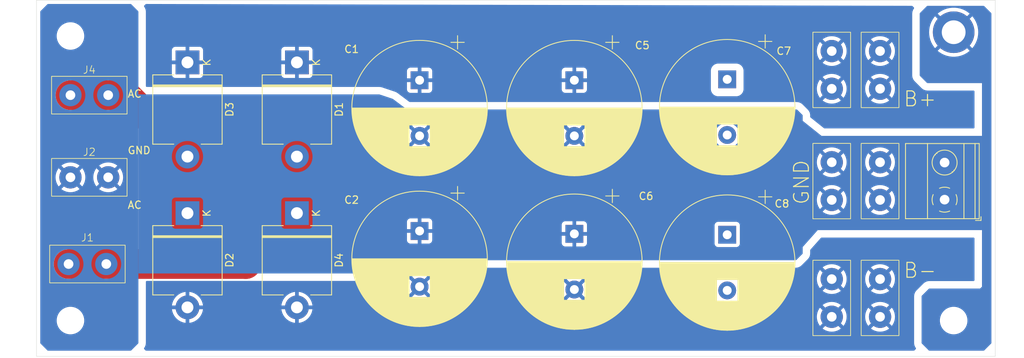
<source format=kicad_pcb>
(kicad_pcb (version 20240108) (generator "pcbnew") (generator_version "8.0")
  (layers (0 "F.Cu" signal) (31 "B.Cu" signal) (34 "B.Paste" user) (35 "F.Paste" user) (36 "B.SilkS" user "B.Silkscreen") (37 "F.SilkS" user "F.Silkscreen") (38 "B.Mask" user) (39 "F.Mask" user) (44 "Edge.Cuts" user))
  (net 0 "")
  (net 1 "GND")
  (net 2 "/V+")
  (net 3 "/V-")
  (net 4 "/AC1")
  (net 5 "/AC2")
  (footprint "Custom:Spade Connector" (layer "F.Cu") (at 164.692 101.6 90)
    (property "Reference" "J5" (hide yes))
    (property "Value" "V-")
    (pad "1" thru_hole circle (at -2.54 5.08 90) (size 3 3) (drill 1.3) (layers "*.Cu" "*.Mask") (net 3 "/V-"))
    (pad "2" thru_hole circle (at 2.54 5.08 90) (size 3 3) (drill 1.3) (layers "*.Cu" "*.Mask") (net 3 "/V-"))
  )
  (footprint "Capacitor_THT:CP_Radial_D18.0mm_P7.50mm" (layer "F.Cu") (at 114.3 92.576 -90)
    (property "Reference" "C2" (at -4.184 9.144 0) (layer "F.SilkS"))
    (property "Value" "4700u")
    (pad "1" thru_hole rect (at 0 0 270) (size 2.4 2.4) (drill 1.2) (layers "*.Cu" "*.Mask") (net 1 "GND"))
    (pad "2" thru_hole circle (at 7.5 0 270) (size 2.4 2.4) (drill 1.2) (layers "*.Cu" "*.Mask") (net 3 "/V-"))
  )
  (footprint "Diode_THT:D_P600_R-6_P12.70mm_Horizontal" (layer "F.Cu") (at 97.79 90.17 -90)
    (property "Reference" "D4" (at 6.35 -5.67 90) (layer "F.SilkS"))
    (property "Value" "GI754")
    (fp_text user "K" (at 0 -2.6 90) (layer "F.SilkS"))
    (pad "1" thru_hole rect (at 0 0 270) (size 3.2 3.2) (drill 1.6) (layers "*.Cu" "*.Mask") (net 4 "/AC1"))
    (pad "2" thru_hole oval (at 12.7 0 270) (size 3.2 3.2) (drill 1.6) (layers "*.Cu" "*.Mask") (net 3 "/V-"))
  )
  (footprint "Capacitor_THT:CP_Radial_D18.0mm_P7.50mm" (layer "F.Cu") (at 135.128 72.256 -90)
    (property "Reference" "C5" (at -4.692 -9.144 180) (layer "F.SilkS"))
    (property "Value" "4700u")
    (pad "1" thru_hole rect (at 0 0 270) (size 2.4 2.4) (drill 1.2) (layers "*.Cu" "*.Mask") (net 2 "/V+"))
    (pad "2" thru_hole circle (at 7.5 0 270) (size 2.4 2.4) (drill 1.2) (layers "*.Cu" "*.Mask") (net 1 "GND"))
  )
  (footprint "MountingHole:MountingHole_3.2mm_M3" (layer "F.Cu") (at 186.182 104.648)
    (property "Reference" "REF**" (hide yes))
    (property "Value" "MountingHole_3.2mm_M3")
    (pad "" np_thru_hole circle (at 0 0) (size 3.2 3.2) (drill 3.2) (layers "*.Cu" "*.Mask"))
  )
  (footprint "Custom:Spade Connector" (layer "F.Cu") (at 171.196 85.852 90)
    (property "Reference" "J3" (hide yes))
    (property "Value" "CT")
    (pad "1" thru_hole circle (at -2.54 5.08 90) (size 3 3) (drill 1.3) (layers "*.Cu" "*.Mask") (net 1 "GND"))
    (pad "2" thru_hole circle (at 2.54 5.08 90) (size 3 3) (drill 1.3) (layers "*.Cu" "*.Mask") (net 1 "GND"))
  )
  (footprint "Diode_THT:D_P600_R-6_P12.70mm_Horizontal" (layer "F.Cu") (at 83.058 69.85 -90)
    (property "Reference" "D3" (at 6.35 -5.67 90) (layer "F.SilkS"))
    (property "Value" "GI754")
    (fp_text user "K" (at 0 -2.6 90) (layer "F.SilkS"))
    (pad "1" thru_hole rect (at 0 0 270) (size 3.2 3.2) (drill 1.6) (layers "*.Cu" "*.Mask") (net 2 "/V+"))
    (pad "2" thru_hole oval (at 12.7 0 270) (size 3.2 3.2) (drill 1.6) (layers "*.Cu" "*.Mask") (net 5 "/AC2"))
  )
  (footprint "Custom:Spade Connector" (layer "F.Cu") (at 69.596 91.948)
    (property "Reference" "J1" (at 0 1.524 0) (layer "F.SilkS") (effects (font (thickness 0.1))))
    (property "Value" "AC1")
    (pad "1" thru_hole circle (at -2.54 5.08) (size 3 3) (drill 1.3) (layers "*.Cu" "*.Mask") (net 4 "/AC1"))
    (pad "2" thru_hole circle (at 2.54 5.08) (size 3 3) (drill 1.3) (layers "*.Cu" "*.Mask") (net 4 "/AC1"))
  )
  (footprint "Capacitor_THT:CP_Radial_D18.0mm_P7.50mm" (layer "F.Cu") (at 155.702 93.084 -90)
    (property "Reference" "C8" (at -4.184 -7.366 180) (layer "F.SilkS"))
    (property "Value" "4700u")
    (pad "1" thru_hole rect (at 0 0 270) (size 2.4 2.4) (drill 1.2) (layers "*.Cu" "*.Mask") (net 1 "GND"))
    (pad "2" thru_hole circle (at 7.5 0 270) (size 2.4 2.4) (drill 1.2) (layers "*.Cu" "*.Mask") (net 3 "/V-"))
  )
  (footprint "Capacitor_THT:CP_Radial_D18.0mm_P7.50mm" (layer "F.Cu") (at 155.702 72.136 -90)
    (property "Reference" "C7" (at -3.81 -7.62 180) (layer "F.SilkS"))
    (property "Value" "4700u")
    (pad "1" thru_hole rect (at 0 0 270) (size 2.4 2.4) (drill 1.2) (layers "*.Cu" "*.Mask") (net 2 "/V+"))
    (pad "2" thru_hole circle (at 7.5 0 270) (size 2.4 2.4) (drill 1.2) (layers "*.Cu" "*.Mask") (net 1 "GND"))
  )
  (footprint "Capacitor_THT:CP_Radial_D18.0mm_P7.50mm" (layer "F.Cu") (at 114.3 72.256 -90)
    (property "Reference" "C1" (at -4.184 9.144 0) (layer "F.SilkS"))
    (property "Value" "4700u")
    (pad "1" thru_hole rect (at 0 0 270) (size 2.4 2.4) (drill 1.2) (layers "*.Cu" "*.Mask") (net 2 "/V+"))
    (pad "2" thru_hole circle (at 7.5 0 270) (size 2.4 2.4) (drill 1.2) (layers "*.Cu" "*.Mask") (net 1 "GND"))
  )
  (footprint "TerminalBlock_Phoenix:TerminalBlock_Phoenix_MKDS-1,5-2_1x02_P5.00mm_Horizontal" (layer "F.Cu") (at 184.963 88.352 90)
    (property "Reference" "J7" (hide yes))
    (property "Value" "GND")
    (pad "1" thru_hole rect (at 0 0 90) (size 2.6 2.6) (drill 1.3) (layers "*.Cu" "*.Mask") (net 1 "GND"))
    (pad "2" thru_hole circle (at 5 0 90) (size 2.6 2.6) (drill 1.3) (layers "*.Cu" "*.Mask") (net 1 "GND"))
  )
  (footprint "MountingHole:MountingHole_3.2mm_M3_DIN965_Pad" (layer "F.Cu") (at 186.182 65.786)
    (property "Reference" "REF**" (hide yes))
    (property "Value" "MountingHole_3.2mm_M3_DIN965_Pad" (hide yes))
    (pad "1" thru_hole circle (at 0 0) (size 5.6 5.6) (drill 3.2) (layers "*.Cu" "*.Mask") (net 1 "GND"))
  )
  (footprint "Custom:Spade Connector" (layer "F.Cu") (at 164.692 70.866 90)
    (property "Reference" "J6" (hide yes))
    (property "Value" "V+")
    (pad "1" thru_hole circle (at -2.54 5.08 90) (size 3 3) (drill 1.3) (layers "*.Cu" "*.Mask") (net 2 "/V+"))
    (pad "2" thru_hole circle (at 2.54 5.08 90) (size 3 3) (drill 1.3) (layers "*.Cu" "*.Mask") (net 2 "/V+"))
  )
  (footprint "Custom:Spade Connector" (layer "F.Cu") (at 69.85 69.188)
    (property "Reference" "J4" (at 0 1.678 0) (layer "F.SilkS") (effects (font (thickness 0.1))))
    (property "Value" "AC2")
    (pad "1" thru_hole circle (at -2.54 5.08) (size 3 3) (drill 1.3) (layers "*.Cu" "*.Mask") (net 5 "/AC2"))
    (pad "2" thru_hole circle (at 2.54 5.08) (size 3 3) (drill 1.3) (layers "*.Cu" "*.Mask") (net 5 "/AC2"))
  )
  (footprint "Capacitor_THT:CP_Radial_D18.0mm_P7.50mm" (layer "F.Cu") (at 135.128 92.964 -90)
    (property "Reference" "C6" (at -5.08 -9.652 180) (layer "F.SilkS"))
    (property "Value" "4700u")
    (pad "1" thru_hole rect (at 0 0 270) (size 2.4 2.4) (drill 1.2) (layers "*.Cu" "*.Mask") (net 1 "GND"))
    (pad "2" thru_hole circle (at 7.5 0 270) (size 2.4 2.4) (drill 1.2) (layers "*.Cu" "*.Mask") (net 3 "/V-"))
  )
  (footprint "Custom:Spade Connector" (layer "F.Cu") (at 171.196 70.866 90)
    (property "Reference" "J6" (hide yes))
    (property "Value" "V+")
    (pad "1" thru_hole circle (at -2.54 5.08 90) (size 3 3) (drill 1.3) (layers "*.Cu" "*.Mask") (net 2 "/V+"))
    (pad "2" thru_hole circle (at 2.54 5.08 90) (size 3 3) (drill 1.3) (layers "*.Cu" "*.Mask") (net 2 "/V+"))
  )
  (footprint "Diode_THT:D_P600_R-6_P12.70mm_Horizontal" (layer "F.Cu") (at 97.79 69.85 -90)
    (property "Reference" "D1" (at 6.35 -5.67 90) (layer "F.SilkS"))
    (property "Value" "GI754")
    (fp_text user "K" (at 0 -2.6 90) (layer "F.SilkS"))
    (pad "1" thru_hole rect (at 0 0 270) (size 3.2 3.2) (drill 1.6) (layers "*.Cu" "*.Mask") (net 2 "/V+"))
    (pad "2" thru_hole oval (at 12.7 0 270) (size 3.2 3.2) (drill 1.6) (layers "*.Cu" "*.Mask") (net 4 "/AC1"))
  )
  (footprint "Custom:Spade Connector" (layer "F.Cu") (at 171.196 101.6 90)
    (property "Reference" "J5" (hide yes))
    (property "Value" "V-")
    (pad "1" thru_hole circle (at -2.54 5.08 90) (size 3 3) (drill 1.3) (layers "*.Cu" "*.Mask") (net 3 "/V-"))
    (pad "2" thru_hole circle (at 2.54 5.08 90) (size 3 3) (drill 1.3) (layers "*.Cu" "*.Mask") (net 3 "/V-"))
  )
  (footprint "Custom:Spade Connector" (layer "F.Cu") (at 69.85 80.264)
    (property "Reference" "J2" (at 0 1.678 0) (layer "F.SilkS") (effects (font (thickness 0.1))))
    (property "Value" "GND")
    (pad "1" thru_hole circle (at -2.54 5.08) (size 3 3) (drill 1.3) (layers "*.Cu" "*.Mask") (net 1 "GND"))
    (pad "2" thru_hole circle (at 2.54 5.08) (size 3 3) (drill 1.3) (layers "*.Cu" "*.Mask") (net 1 "GND"))
  )
  (footprint "MountingHole:MountingHole_3.2mm_M3" (layer "F.Cu") (at 67.31 66.294)
    (property "Reference" "REF**" (hide yes))
    (property "Value" "MountingHole_3.2mm_M3")
    (pad "" np_thru_hole circle (at 0 0) (size 3.2 3.2) (drill 3.2) (layers "*.Cu" "*.Mask"))
  )
  (footprint "Diode_THT:D_P600_R-6_P12.70mm_Horizontal" (layer "F.Cu") (at 83.058 90.17 -90)
    (property "Reference" "D2" (at 6.35 -5.67 90) (layer "F.SilkS"))
    (property "Value" "GI754")
    (fp_text user "K" (at 0 -2.6 90) (layer "F.SilkS"))
    (pad "1" thru_hole rect (at 0 0 270) (size 3.2 3.2) (drill 1.6) (layers "*.Cu" "*.Mask") (net 5 "/AC2"))
    (pad "2" thru_hole oval (at 12.7 0 270) (size 3.2 3.2) (drill 1.6) (layers "*.Cu" "*.Mask") (net 3 "/V-"))
  )
  (footprint "Custom:Spade Connector" (layer "F.Cu") (at 164.692 85.852 90)
    (property "Reference" "J3" (hide yes))
    (property "Value" "CT")
    (pad "1" thru_hole circle (at -2.54 5.08 90) (size 3 3) (drill 1.3) (layers "*.Cu" "*.Mask") (net 1 "GND"))
    (pad "2" thru_hole circle (at 2.54 5.08 90) (size 3 3) (drill 1.3) (layers "*.Cu" "*.Mask") (net 1 "GND"))
  )
  (footprint "MountingHole:MountingHole_3.2mm_M3" (layer "F.Cu") (at 67.31 104.648)
    (property "Reference" "REF**" (hide yes))
    (property "Value" "MountingHole_3.2mm_M3")
    (pad "" np_thru_hole circle (at 0 0) (size 3.2 3.2) (drill 3.2) (layers "*.Cu" "*.Mask"))
  )
  (gr_rect (start 62.738 61.468) (end 191.77 109.474) (stroke (width 0.05)) (fill none) (layer "Edge.Cuts"))
  (gr_text "GND\n" (at 166.878 89.154 90) (layer "F.SilkS") (effects (font (size 2 2)) (justify left bottom)))
  (gr_text "B+" (at 179.324 75.946 0) (layer "F.SilkS") (effects (font (size 2 2)) (justify left bottom)))
  (gr_text "AC" (at 74.93 74.676 0) (layer "F.SilkS") (effects (font (size 1 1)) (justify left bottom)))
  (gr_text "AC" (at 74.93 89.662 0) (layer "F.SilkS") (effects (font (size 1 1)) (justify left bottom)))
  (gr_text "B-" (at 179.324 99.06 0) (layer "F.SilkS") (effects (font (size 2 2)) (justify left bottom)))
  (gr_text "GND" (at 74.93 82.296 0) (layer "F.SilkS") (effects (font (size 1 1)) (justify left bottom)))
  (segment (start 90.932 97.028) (end 67.056 97.028) (width 4) (layer "F.Cu") (net 4))
  (segment (start 97.79 90.17) (end 97.79 82.55) (width 6) (layer "F.Cu") (net 4))
  (segment (start 97.79 90.17) (end 90.932 97.028) (width 4) (layer "F.Cu") (net 4))
  (segment (start 83.058 90.17) (end 83.058 82.55) (width 6) (layer "F.Cu") (net 5))
  (segment (start 75.184 74.676) (end 83.058 82.55) (width 4) (layer "F.Cu") (net 5))
  (segment (start 67.31 74.268) (end 74.014 74.268) (width 4) (layer "F.Cu") (net 5))
  (zone (net 2) (net_name "/V+") (layer "B.Cu") (connect_pads (clearance 1)) (min_thickness 0.25) (fill yes (thermal_gap 0.5) (thermal_bridge_width 0.5) (smoothing chamfer) (radius 1))
    (polygon (pts (xy 76.454 61.976) (xy 181.61 62.23) (xy 181.61 72.644) (xy 189.992 72.644) (xy 189.992 79.502) (xy 76.454 79.756)))
  )
  (zone (net 3) (net_name "/V-") (layer "B.Cu") (connect_pads (clearance 1)) (min_thickness 0.25) (fill yes (thermal_gap 0.5) (thermal_bridge_width 0.5) (smoothing chamfer) (radius 1))
    (polygon (pts (xy 76.454 108.712) (xy 181.864 108.712) (xy 181.864 100.33) (xy 189.738 100.33) (xy 189.992 92.456) (xy 76.454 92.202) (xy 76.454 100.33) (xy 76.454 98.552)))
  )
  (zone (net 1) (net_name "GND") (layer "B.Cu") (priority 1) (connect_pads (clearance 0.5)) (min_thickness 0.25) (fill yes (thermal_gap 0.5) (thermal_bridge_width 0.5) (smoothing chamfer) (radius 1))
    (polygon (pts (xy 76.454 74.168) (xy 109.897328 74.168) (xy 112.606661 76.2) (xy 165.862 76.2) (xy 165.862 77.724) (xy 168.402 79.756) (xy 189.992 79.756) (xy 189.992 92.456) (xy 167.894 92.456) (xy 165.862 94.742) (xy 165.862 96.52) (xy 112.383454 96.52) (xy 110.443818 98.298) (xy 64.77 98.298) (xy 64.77 70.612) (xy 76.454 70.612)))
  )
  (zone (net 1) (net_name "GND") (layer "B.Cu") (priority 3) (connect_pads (clearance 0.5)) (min_thickness 0.25) (fill yes (thermal_gap 0.5) (thermal_bridge_width 0.5) (smoothing chamfer) (radius 1))
    (polygon (pts (xy 76.454 108.712) (xy 63.246 108.712) (xy 63.246 61.976) (xy 76.454 61.976)))
  )
  (zone (net 1) (net_name "GND") (layer "B.Cu") (priority 2) (connect_pads (clearance 0.5)) (min_thickness 0.25) (fill yes (thermal_gap 0.5) (thermal_bridge_width 0.5) (smoothing chamfer) (radius 1))
    (polygon (pts (xy 181.61 62.23) (xy 191.262 62.23) (xy 191.262 108.712) (xy 181.864 108.712) (xy 181.864 100.33) (xy 189.738 100.33) (xy 189.992 100.076) (xy 189.992 72.644) (xy 181.61 72.644)))
  )
)
</source>
